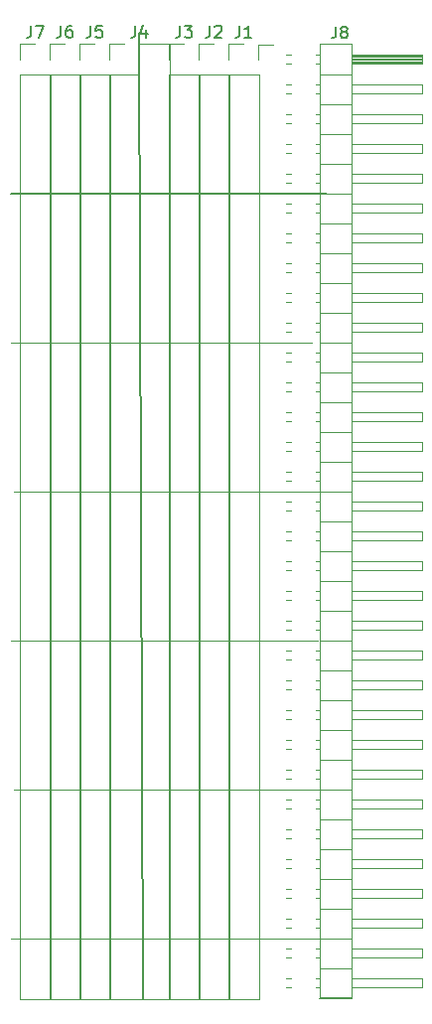
<source format=gto>
G04 #@! TF.GenerationSoftware,KiCad,Pcbnew,(6.0.1)*
G04 #@! TF.CreationDate,2022-08-31T05:31:13-04:00*
G04 #@! TF.ProjectId,ITX-BKOUT,4954582d-424b-44f5-9554-2e6b69636164,1*
G04 #@! TF.SameCoordinates,Original*
G04 #@! TF.FileFunction,Legend,Top*
G04 #@! TF.FilePolarity,Positive*
%FSLAX46Y46*%
G04 Gerber Fmt 4.6, Leading zero omitted, Abs format (unit mm)*
G04 Created by KiCad (PCBNEW (6.0.1)) date 2022-08-31 05:31:13*
%MOMM*%
%LPD*%
G01*
G04 APERTURE LIST*
%ADD10C,0.100000*%
%ADD11C,0.150000*%
%ADD12C,0.120000*%
G04 APERTURE END LIST*
D10*
X125222000Y-90170000D02*
X151892000Y-90170000D01*
D11*
X135890000Y-51054000D02*
X136180000Y-133410000D01*
D10*
X124968000Y-77470000D02*
X150622000Y-77470000D01*
X125222000Y-115570000D02*
X151892000Y-115570000D01*
X124968000Y-102870000D02*
X151130000Y-102870000D01*
X124968000Y-128270000D02*
X151638000Y-128270000D01*
D11*
X124968000Y-64770000D02*
X151892000Y-64770000D01*
X126666666Y-50462380D02*
X126666666Y-51176666D01*
X126619047Y-51319523D01*
X126523809Y-51414761D01*
X126380952Y-51462380D01*
X126285714Y-51462380D01*
X127047619Y-50462380D02*
X127714285Y-50462380D01*
X127285714Y-51462380D01*
X129206666Y-50462380D02*
X129206666Y-51176666D01*
X129159047Y-51319523D01*
X129063809Y-51414761D01*
X128920952Y-51462380D01*
X128825714Y-51462380D01*
X130111428Y-50462380D02*
X129920952Y-50462380D01*
X129825714Y-50510000D01*
X129778095Y-50557619D01*
X129682857Y-50700476D01*
X129635238Y-50890952D01*
X129635238Y-51271904D01*
X129682857Y-51367142D01*
X129730476Y-51414761D01*
X129825714Y-51462380D01*
X130016190Y-51462380D01*
X130111428Y-51414761D01*
X130159047Y-51367142D01*
X130206666Y-51271904D01*
X130206666Y-51033809D01*
X130159047Y-50938571D01*
X130111428Y-50890952D01*
X130016190Y-50843333D01*
X129825714Y-50843333D01*
X129730476Y-50890952D01*
X129682857Y-50938571D01*
X129635238Y-51033809D01*
X131746666Y-50462380D02*
X131746666Y-51176666D01*
X131699047Y-51319523D01*
X131603809Y-51414761D01*
X131460952Y-51462380D01*
X131365714Y-51462380D01*
X132699047Y-50462380D02*
X132222857Y-50462380D01*
X132175238Y-50938571D01*
X132222857Y-50890952D01*
X132318095Y-50843333D01*
X132556190Y-50843333D01*
X132651428Y-50890952D01*
X132699047Y-50938571D01*
X132746666Y-51033809D01*
X132746666Y-51271904D01*
X132699047Y-51367142D01*
X132651428Y-51414761D01*
X132556190Y-51462380D01*
X132318095Y-51462380D01*
X132222857Y-51414761D01*
X132175238Y-51367142D01*
X139366666Y-50462380D02*
X139366666Y-51176666D01*
X139319047Y-51319523D01*
X139223809Y-51414761D01*
X139080952Y-51462380D01*
X138985714Y-51462380D01*
X139747619Y-50462380D02*
X140366666Y-50462380D01*
X140033333Y-50843333D01*
X140176190Y-50843333D01*
X140271428Y-50890952D01*
X140319047Y-50938571D01*
X140366666Y-51033809D01*
X140366666Y-51271904D01*
X140319047Y-51367142D01*
X140271428Y-51414761D01*
X140176190Y-51462380D01*
X139890476Y-51462380D01*
X139795238Y-51414761D01*
X139747619Y-51367142D01*
X141906666Y-50462380D02*
X141906666Y-51176666D01*
X141859047Y-51319523D01*
X141763809Y-51414761D01*
X141620952Y-51462380D01*
X141525714Y-51462380D01*
X142335238Y-50557619D02*
X142382857Y-50510000D01*
X142478095Y-50462380D01*
X142716190Y-50462380D01*
X142811428Y-50510000D01*
X142859047Y-50557619D01*
X142906666Y-50652857D01*
X142906666Y-50748095D01*
X142859047Y-50890952D01*
X142287619Y-51462380D01*
X142906666Y-51462380D01*
X144446666Y-50462380D02*
X144446666Y-51176666D01*
X144399047Y-51319523D01*
X144303809Y-51414761D01*
X144160952Y-51462380D01*
X144065714Y-51462380D01*
X145446666Y-51462380D02*
X144875238Y-51462380D01*
X145160952Y-51462380D02*
X145160952Y-50462380D01*
X145065714Y-50605238D01*
X144970476Y-50700476D01*
X144875238Y-50748095D01*
X135556666Y-50462380D02*
X135556666Y-51176666D01*
X135509047Y-51319523D01*
X135413809Y-51414761D01*
X135270952Y-51462380D01*
X135175714Y-51462380D01*
X136461428Y-50795714D02*
X136461428Y-51462380D01*
X136223333Y-50414761D02*
X135985238Y-51129047D01*
X136604285Y-51129047D01*
X152641666Y-50522380D02*
X152641666Y-51236666D01*
X152594047Y-51379523D01*
X152498809Y-51474761D01*
X152355952Y-51522380D01*
X152260714Y-51522380D01*
X153260714Y-50950952D02*
X153165476Y-50903333D01*
X153117857Y-50855714D01*
X153070238Y-50760476D01*
X153070238Y-50712857D01*
X153117857Y-50617619D01*
X153165476Y-50570000D01*
X153260714Y-50522380D01*
X153451190Y-50522380D01*
X153546428Y-50570000D01*
X153594047Y-50617619D01*
X153641666Y-50712857D01*
X153641666Y-50760476D01*
X153594047Y-50855714D01*
X153546428Y-50903333D01*
X153451190Y-50950952D01*
X153260714Y-50950952D01*
X153165476Y-50998571D01*
X153117857Y-51046190D01*
X153070238Y-51141428D01*
X153070238Y-51331904D01*
X153117857Y-51427142D01*
X153165476Y-51474761D01*
X153260714Y-51522380D01*
X153451190Y-51522380D01*
X153546428Y-51474761D01*
X153594047Y-51427142D01*
X153641666Y-51331904D01*
X153641666Y-51141428D01*
X153594047Y-51046190D01*
X153546428Y-50998571D01*
X153451190Y-50950952D01*
D12*
X125670000Y-133410000D02*
X128330000Y-133410000D01*
X125670000Y-53340000D02*
X125670000Y-52010000D01*
X128330000Y-54610000D02*
X128330000Y-133410000D01*
X125670000Y-54610000D02*
X125670000Y-133410000D01*
X125670000Y-54610000D02*
X128330000Y-54610000D01*
X125670000Y-52010000D02*
X127000000Y-52010000D01*
X128210000Y-133410000D02*
X130870000Y-133410000D01*
X128210000Y-53340000D02*
X128210000Y-52010000D01*
X130870000Y-54610000D02*
X130870000Y-133410000D01*
X128210000Y-54610000D02*
X128210000Y-133410000D01*
X128210000Y-54610000D02*
X130870000Y-54610000D01*
X128210000Y-52010000D02*
X129540000Y-52010000D01*
X130750000Y-133410000D02*
X133410000Y-133410000D01*
X130750000Y-53340000D02*
X130750000Y-52010000D01*
X133410000Y-54610000D02*
X133410000Y-133410000D01*
X130750000Y-54610000D02*
X130750000Y-133410000D01*
X130750000Y-54610000D02*
X133410000Y-54610000D01*
X130750000Y-52010000D02*
X132080000Y-52010000D01*
X138370000Y-133410000D02*
X141030000Y-133410000D01*
X138370000Y-53340000D02*
X138370000Y-52010000D01*
X141030000Y-54610000D02*
X141030000Y-133410000D01*
X138370000Y-54610000D02*
X138370000Y-133410000D01*
X138370000Y-54610000D02*
X141030000Y-54610000D01*
X138370000Y-52010000D02*
X139700000Y-52010000D01*
X140910000Y-133410000D02*
X143570000Y-133410000D01*
X140910000Y-53340000D02*
X140910000Y-52010000D01*
X143570000Y-54610000D02*
X143570000Y-133410000D01*
X140910000Y-54610000D02*
X140910000Y-133410000D01*
X140910000Y-54610000D02*
X143570000Y-54610000D01*
X140910000Y-52010000D02*
X142240000Y-52010000D01*
X143450000Y-133410000D02*
X146110000Y-133410000D01*
X143450000Y-53340000D02*
X143450000Y-52010000D01*
X146110000Y-54610000D02*
X146110000Y-133410000D01*
X143450000Y-54610000D02*
X143450000Y-133410000D01*
X143450000Y-54610000D02*
X146110000Y-54610000D01*
X143450000Y-52010000D02*
X144780000Y-52010000D01*
X135890000Y-52010000D02*
X138490000Y-52010000D01*
X138490000Y-52010000D02*
X138490000Y-133410000D01*
X133290000Y-54610000D02*
X133290000Y-133410000D01*
X133290000Y-133410000D02*
X138490000Y-133410000D01*
X135890000Y-54610000D02*
X135890000Y-52010000D01*
X133290000Y-54610000D02*
X135890000Y-54610000D01*
X133290000Y-53340000D02*
X133290000Y-52010000D01*
X133290000Y-52010000D02*
X134620000Y-52010000D01*
X151300000Y-100330000D02*
X153960000Y-100330000D01*
X150902929Y-107060000D02*
X151300000Y-107060000D01*
X153960000Y-133350000D02*
X153960000Y-52010000D01*
X150902929Y-96900000D02*
X151300000Y-96900000D01*
X153960000Y-60580000D02*
X159960000Y-60580000D01*
X148362929Y-68960000D02*
X148817071Y-68960000D01*
X153960000Y-80900000D02*
X159960000Y-80900000D01*
X151300000Y-113030000D02*
X153960000Y-113030000D01*
X151300000Y-125730000D02*
X153960000Y-125730000D01*
X151300000Y-69850000D02*
X153960000Y-69850000D01*
X150902929Y-103760000D02*
X151300000Y-103760000D01*
X151300000Y-107950000D02*
X153960000Y-107950000D01*
X150902929Y-53720000D02*
X151300000Y-53720000D01*
X159960000Y-93600000D02*
X159960000Y-94360000D01*
X159960000Y-89280000D02*
X153960000Y-89280000D01*
X150902929Y-89280000D02*
X151300000Y-89280000D01*
X153960000Y-131700000D02*
X159960000Y-131700000D01*
X153960000Y-68200000D02*
X159960000Y-68200000D01*
X150902929Y-78360000D02*
X151300000Y-78360000D01*
X151300000Y-52010000D02*
X151300000Y-133350000D01*
X159960000Y-124840000D02*
X153960000Y-124840000D01*
X151300000Y-123190000D02*
X153960000Y-123190000D01*
X148362929Y-91060000D02*
X148817071Y-91060000D01*
X148362929Y-119000000D02*
X148817071Y-119000000D01*
X150902929Y-132460000D02*
X151300000Y-132460000D01*
X150902929Y-122300000D02*
X151300000Y-122300000D01*
X151300000Y-85090000D02*
X153960000Y-85090000D01*
X148362929Y-129160000D02*
X148817071Y-129160000D01*
X159960000Y-98680000D02*
X159960000Y-99440000D01*
X153960000Y-75820000D02*
X159960000Y-75820000D01*
X159960000Y-117220000D02*
X153960000Y-117220000D01*
X153960000Y-103760000D02*
X159960000Y-103760000D01*
X148362929Y-124080000D02*
X148817071Y-124080000D01*
X148362929Y-89280000D02*
X148817071Y-89280000D01*
X159960000Y-76580000D02*
X153960000Y-76580000D01*
X150902929Y-80900000D02*
X151300000Y-80900000D01*
X148430000Y-53720000D02*
X148817071Y-53720000D01*
X148362929Y-78360000D02*
X148817071Y-78360000D01*
X159960000Y-111380000D02*
X159960000Y-112140000D01*
X148362929Y-129920000D02*
X148817071Y-129920000D01*
X148362929Y-93600000D02*
X148817071Y-93600000D01*
X159960000Y-55500000D02*
X159960000Y-56260000D01*
X159960000Y-68960000D02*
X153960000Y-68960000D01*
X151300000Y-80010000D02*
X153960000Y-80010000D01*
X159960000Y-63880000D02*
X153960000Y-63880000D01*
X150902929Y-129160000D02*
X151300000Y-129160000D01*
X153960000Y-53020000D02*
X159960000Y-53020000D01*
X150902929Y-98680000D02*
X151300000Y-98680000D01*
X148362929Y-126620000D02*
X148817071Y-126620000D01*
X153960000Y-83440000D02*
X159960000Y-83440000D01*
X148362929Y-84200000D02*
X148817071Y-84200000D01*
X150902929Y-55500000D02*
X151300000Y-55500000D01*
X159960000Y-108840000D02*
X159960000Y-109600000D01*
X153960000Y-124080000D02*
X159960000Y-124080000D01*
X150902929Y-121540000D02*
X151300000Y-121540000D01*
X153960000Y-91060000D02*
X159960000Y-91060000D01*
X159960000Y-63120000D02*
X159960000Y-63880000D01*
X150902929Y-61340000D02*
X151300000Y-61340000D01*
X148362929Y-88520000D02*
X148817071Y-88520000D01*
X159960000Y-119760000D02*
X153960000Y-119760000D01*
X159960000Y-113920000D02*
X159960000Y-114680000D01*
X153960000Y-129160000D02*
X159960000Y-129160000D01*
X148362929Y-60580000D02*
X148817071Y-60580000D01*
X148362929Y-86740000D02*
X148817071Y-86740000D01*
X151300000Y-77470000D02*
X153960000Y-77470000D01*
X159960000Y-126620000D02*
X159960000Y-127380000D01*
X150902929Y-126620000D02*
X151300000Y-126620000D01*
X159960000Y-53720000D02*
X153960000Y-53720000D01*
X148362929Y-65660000D02*
X148817071Y-65660000D01*
X159960000Y-85980000D02*
X159960000Y-86740000D01*
X153960000Y-88520000D02*
X159960000Y-88520000D01*
X153960000Y-106300000D02*
X159960000Y-106300000D01*
X148362929Y-68200000D02*
X148817071Y-68200000D01*
X159960000Y-56260000D02*
X153960000Y-56260000D01*
X150902929Y-113920000D02*
X151300000Y-113920000D01*
X153960000Y-70740000D02*
X159960000Y-70740000D01*
X148362929Y-101980000D02*
X148817071Y-101980000D01*
X151300000Y-115570000D02*
X153960000Y-115570000D01*
X148362929Y-116460000D02*
X148817071Y-116460000D01*
X159960000Y-112140000D02*
X153960000Y-112140000D01*
X159960000Y-52960000D02*
X159960000Y-53720000D01*
X148362929Y-73280000D02*
X148817071Y-73280000D01*
X150902929Y-88520000D02*
X151300000Y-88520000D01*
X150902929Y-124840000D02*
X151300000Y-124840000D01*
X148362929Y-104520000D02*
X148817071Y-104520000D01*
X153960000Y-52960000D02*
X159960000Y-52960000D01*
X159960000Y-91060000D02*
X159960000Y-91820000D01*
X151300000Y-118110000D02*
X153960000Y-118110000D01*
X150902929Y-124080000D02*
X151300000Y-124080000D01*
X150902929Y-94360000D02*
X151300000Y-94360000D01*
X151300000Y-67310000D02*
X153960000Y-67310000D01*
X146050000Y-52070000D02*
X147320000Y-52070000D01*
X148362929Y-96140000D02*
X148817071Y-96140000D01*
X150902929Y-129920000D02*
X151300000Y-129920000D01*
X153960000Y-73280000D02*
X159960000Y-73280000D01*
X159960000Y-114680000D02*
X153960000Y-114680000D01*
X150902929Y-85980000D02*
X151300000Y-85980000D01*
X159960000Y-122300000D02*
X153960000Y-122300000D01*
X150902929Y-119000000D02*
X151300000Y-119000000D01*
X150902929Y-74040000D02*
X151300000Y-74040000D01*
X159960000Y-103760000D02*
X159960000Y-104520000D01*
X151300000Y-64770000D02*
X153960000Y-64770000D01*
X153960000Y-65660000D02*
X159960000Y-65660000D01*
X153960000Y-126620000D02*
X159960000Y-126620000D01*
X148362929Y-117220000D02*
X148817071Y-117220000D01*
X159960000Y-94360000D02*
X153960000Y-94360000D01*
X150902929Y-111380000D02*
X151300000Y-111380000D01*
X148362929Y-63120000D02*
X148817071Y-63120000D01*
X153960000Y-111380000D02*
X159960000Y-111380000D01*
X151300000Y-105410000D02*
X153960000Y-105410000D01*
X159960000Y-101220000D02*
X159960000Y-101980000D01*
X148362929Y-122300000D02*
X148817071Y-122300000D01*
X153960000Y-52010000D02*
X151300000Y-52010000D01*
X151300000Y-130810000D02*
X153960000Y-130810000D01*
X150902929Y-109600000D02*
X151300000Y-109600000D01*
X150902929Y-104520000D02*
X151300000Y-104520000D01*
X153960000Y-101220000D02*
X159960000Y-101220000D01*
X153960000Y-53500000D02*
X159960000Y-53500000D01*
X150902929Y-106300000D02*
X151300000Y-106300000D01*
X148362929Y-127380000D02*
X148817071Y-127380000D01*
X150902929Y-63880000D02*
X151300000Y-63880000D01*
X153960000Y-78360000D02*
X159960000Y-78360000D01*
X150902929Y-112140000D02*
X151300000Y-112140000D01*
X148362929Y-109600000D02*
X148817071Y-109600000D01*
X159960000Y-58800000D02*
X153960000Y-58800000D01*
X159960000Y-84200000D02*
X153960000Y-84200000D01*
X151300000Y-54610000D02*
X153960000Y-54610000D01*
X148362929Y-58800000D02*
X148817071Y-58800000D01*
X150902929Y-101980000D02*
X151300000Y-101980000D01*
X148362929Y-85980000D02*
X148817071Y-85980000D01*
X159960000Y-107060000D02*
X153960000Y-107060000D01*
X150902929Y-60580000D02*
X151300000Y-60580000D01*
X153960000Y-113920000D02*
X159960000Y-113920000D01*
X151300000Y-62230000D02*
X153960000Y-62230000D01*
X151300000Y-59690000D02*
X153960000Y-59690000D01*
X159960000Y-65660000D02*
X159960000Y-66420000D01*
X151300000Y-95250000D02*
X153960000Y-95250000D01*
X159960000Y-79120000D02*
X153960000Y-79120000D01*
X151300000Y-92710000D02*
X153960000Y-92710000D01*
X148362929Y-98680000D02*
X148817071Y-98680000D01*
X148362929Y-74040000D02*
X148817071Y-74040000D01*
X159960000Y-68200000D02*
X159960000Y-68960000D01*
X159960000Y-70740000D02*
X159960000Y-71500000D01*
X151300000Y-57150000D02*
X153960000Y-57150000D01*
X148362929Y-124840000D02*
X148817071Y-124840000D01*
X159960000Y-106300000D02*
X159960000Y-107060000D01*
X153960000Y-53260000D02*
X159960000Y-53260000D01*
X150902929Y-58800000D02*
X151300000Y-58800000D01*
X150902929Y-70740000D02*
X151300000Y-70740000D01*
X150902929Y-83440000D02*
X151300000Y-83440000D01*
X151300000Y-82550000D02*
X153960000Y-82550000D01*
X153960000Y-108840000D02*
X159960000Y-108840000D01*
X148362929Y-56260000D02*
X148817071Y-56260000D01*
X150902929Y-108840000D02*
X151300000Y-108840000D01*
X148362929Y-131700000D02*
X148817071Y-131700000D01*
X159960000Y-60580000D02*
X159960000Y-61340000D01*
X150902929Y-65660000D02*
X151300000Y-65660000D01*
X159960000Y-91820000D02*
X153960000Y-91820000D01*
X159960000Y-99440000D02*
X153960000Y-99440000D01*
X159960000Y-81660000D02*
X153960000Y-81660000D01*
X150902929Y-101220000D02*
X151300000Y-101220000D01*
X159960000Y-116460000D02*
X159960000Y-117220000D01*
X150902929Y-93600000D02*
X151300000Y-93600000D01*
X148362929Y-79120000D02*
X148817071Y-79120000D01*
X150902929Y-68960000D02*
X151300000Y-68960000D01*
X153960000Y-116460000D02*
X159960000Y-116460000D01*
X150902929Y-84200000D02*
X151300000Y-84200000D01*
X150902929Y-119760000D02*
X151300000Y-119760000D01*
X159960000Y-71500000D02*
X153960000Y-71500000D01*
X148362929Y-80900000D02*
X148817071Y-80900000D01*
X159960000Y-86740000D02*
X153960000Y-86740000D01*
X153960000Y-121540000D02*
X159960000Y-121540000D01*
X159960000Y-101980000D02*
X153960000Y-101980000D01*
X148362929Y-107060000D02*
X148817071Y-107060000D01*
X159960000Y-80900000D02*
X159960000Y-81660000D01*
X148362929Y-106300000D02*
X148817071Y-106300000D01*
X153960000Y-53140000D02*
X159960000Y-53140000D01*
X159960000Y-129160000D02*
X159960000Y-129920000D01*
X159960000Y-109600000D02*
X153960000Y-109600000D01*
X151300000Y-110490000D02*
X153960000Y-110490000D01*
X148362929Y-101220000D02*
X148817071Y-101220000D01*
X153960000Y-98680000D02*
X159960000Y-98680000D01*
X150902929Y-96140000D02*
X151300000Y-96140000D01*
X150902929Y-63120000D02*
X151300000Y-63120000D01*
X148362929Y-108840000D02*
X148817071Y-108840000D01*
X153960000Y-85980000D02*
X159960000Y-85980000D01*
X148362929Y-71500000D02*
X148817071Y-71500000D01*
X153960000Y-96140000D02*
X159960000Y-96140000D01*
X150902929Y-86740000D02*
X151300000Y-86740000D01*
X153960000Y-119000000D02*
X159960000Y-119000000D01*
X150902929Y-66420000D02*
X151300000Y-66420000D01*
X151300000Y-87630000D02*
X153960000Y-87630000D01*
X159960000Y-88520000D02*
X159960000Y-89280000D01*
X159960000Y-78360000D02*
X159960000Y-79120000D01*
X150902929Y-81660000D02*
X151300000Y-81660000D01*
X159960000Y-132460000D02*
X153960000Y-132460000D01*
X150902929Y-56260000D02*
X151300000Y-56260000D01*
X159960000Y-73280000D02*
X159960000Y-74040000D01*
X148362929Y-99440000D02*
X148817071Y-99440000D01*
X159960000Y-96900000D02*
X153960000Y-96900000D01*
X153960000Y-93600000D02*
X159960000Y-93600000D01*
X148362929Y-91820000D02*
X148817071Y-91820000D01*
X148362929Y-66420000D02*
X148817071Y-66420000D01*
X148362929Y-113920000D02*
X148817071Y-113920000D01*
X148362929Y-55500000D02*
X148817071Y-55500000D01*
X159960000Y-127380000D02*
X153960000Y-127380000D01*
D11*
X151300000Y-133350000D02*
X153960000Y-133350000D01*
D12*
X153960000Y-53620000D02*
X159960000Y-53620000D01*
X159960000Y-124080000D02*
X159960000Y-124840000D01*
X151300000Y-74930000D02*
X153960000Y-74930000D01*
X151300000Y-120650000D02*
X153960000Y-120650000D01*
X148362929Y-119760000D02*
X148817071Y-119760000D01*
X150902929Y-75820000D02*
X151300000Y-75820000D01*
X159960000Y-96140000D02*
X159960000Y-96900000D01*
X150902929Y-58040000D02*
X151300000Y-58040000D01*
X150902929Y-99440000D02*
X151300000Y-99440000D01*
X148362929Y-132460000D02*
X148817071Y-132460000D01*
X151300000Y-102870000D02*
X153960000Y-102870000D01*
X153960000Y-58040000D02*
X159960000Y-58040000D01*
X150902929Y-116460000D02*
X151300000Y-116460000D01*
X148362929Y-76580000D02*
X148817071Y-76580000D01*
X148362929Y-96900000D02*
X148817071Y-96900000D01*
X159960000Y-83440000D02*
X159960000Y-84200000D01*
X150902929Y-52960000D02*
X151300000Y-52960000D01*
X150902929Y-117220000D02*
X151300000Y-117220000D01*
X150902929Y-91820000D02*
X151300000Y-91820000D01*
X151300000Y-90170000D02*
X153960000Y-90170000D01*
X148362929Y-112140000D02*
X148817071Y-112140000D01*
X150902929Y-76580000D02*
X151300000Y-76580000D01*
X148362929Y-61340000D02*
X148817071Y-61340000D01*
X159960000Y-75820000D02*
X159960000Y-76580000D01*
X148362929Y-70740000D02*
X148817071Y-70740000D01*
X159960000Y-58040000D02*
X159960000Y-58800000D01*
X159960000Y-129920000D02*
X153960000Y-129920000D01*
X148362929Y-83440000D02*
X148817071Y-83440000D01*
X159960000Y-121540000D02*
X159960000Y-122300000D01*
X150902929Y-91060000D02*
X151300000Y-91060000D01*
X151300000Y-97790000D02*
X153960000Y-97790000D01*
X159960000Y-61340000D02*
X153960000Y-61340000D01*
X159960000Y-74040000D02*
X153960000Y-74040000D01*
X150902929Y-68200000D02*
X151300000Y-68200000D01*
X159960000Y-104520000D02*
X153960000Y-104520000D01*
X153960000Y-63120000D02*
X159960000Y-63120000D01*
X151300000Y-128270000D02*
X153960000Y-128270000D01*
X150902929Y-114680000D02*
X151300000Y-114680000D01*
X148362929Y-81660000D02*
X148817071Y-81660000D01*
X150902929Y-131700000D02*
X151300000Y-131700000D01*
X159960000Y-66420000D02*
X153960000Y-66420000D01*
X159960000Y-119000000D02*
X159960000Y-119760000D01*
X146050000Y-53340000D02*
X146050000Y-52070000D01*
X150902929Y-79120000D02*
X151300000Y-79120000D01*
X148362929Y-63880000D02*
X148817071Y-63880000D01*
X148362929Y-103760000D02*
X148817071Y-103760000D01*
X148362929Y-121540000D02*
X148817071Y-121540000D01*
X148362929Y-75820000D02*
X148817071Y-75820000D01*
X153960000Y-53380000D02*
X159960000Y-53380000D01*
X159960000Y-131700000D02*
X159960000Y-132460000D01*
X153960000Y-55500000D02*
X159960000Y-55500000D01*
X148362929Y-111380000D02*
X148817071Y-111380000D01*
X150902929Y-127380000D02*
X151300000Y-127380000D01*
X150902929Y-73280000D02*
X151300000Y-73280000D01*
X151300000Y-72390000D02*
X153960000Y-72390000D01*
X148430000Y-52960000D02*
X148817071Y-52960000D01*
X148362929Y-94360000D02*
X148817071Y-94360000D01*
X148362929Y-58040000D02*
X148817071Y-58040000D01*
X150902929Y-71500000D02*
X151300000Y-71500000D01*
X148362929Y-114680000D02*
X148817071Y-114680000D01*
M02*

</source>
